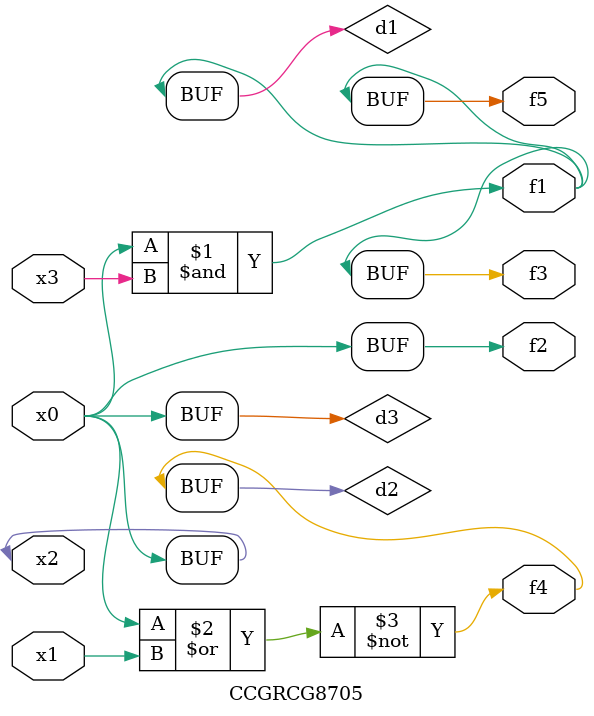
<source format=v>
module CCGRCG8705(
	input x0, x1, x2, x3,
	output f1, f2, f3, f4, f5
);

	wire d1, d2, d3;

	and (d1, x2, x3);
	nor (d2, x0, x1);
	buf (d3, x0, x2);
	assign f1 = d1;
	assign f2 = d3;
	assign f3 = d1;
	assign f4 = d2;
	assign f5 = d1;
endmodule

</source>
